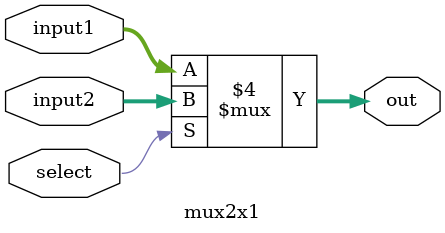
<source format=v>
module mux2x1(input1, input2, select, out);
  input [7:0] input1, input2;
  input select;
  output reg [7:0] out;
  always @(input1, input2, select) 
  begin
    if (select == 1'b0) 
    begin
      out = input1;
    end
    else 
    begin
      out =  input2;
    end
  end
endmodule


</source>
